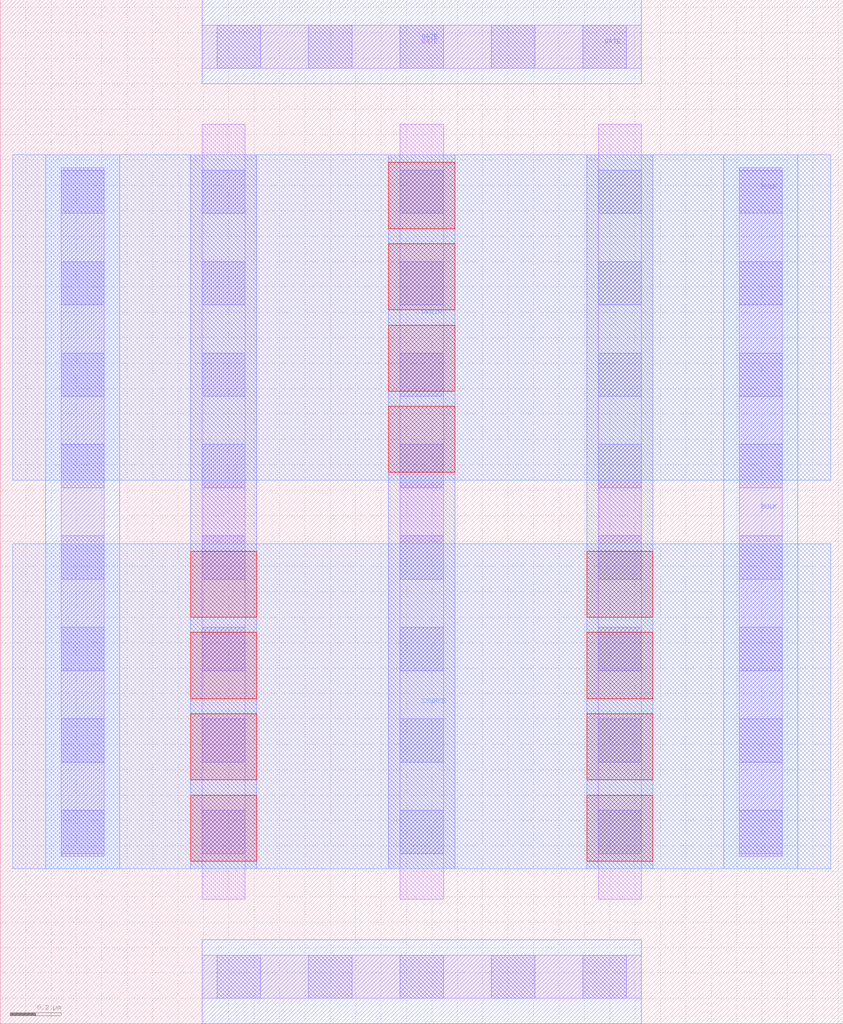
<source format=lef>
# Copyright 2020 The SkyWater PDK Authors
#
# Licensed under the Apache License, Version 2.0 (the "License");
# you may not use this file except in compliance with the License.
# You may obtain a copy of the License at
#
#     https://www.apache.org/licenses/LICENSE-2.0
#
# Unless required by applicable law or agreed to in writing, software
# distributed under the License is distributed on an "AS IS" BASIS,
# WITHOUT WARRANTIES OR CONDITIONS OF ANY KIND, either express or implied.
# See the License for the specific language governing permissions and
# limitations under the License.
#
# SPDX-License-Identifier: Apache-2.0

VERSION 5.7 ;
  NOWIREEXTENSIONATPIN ON ;
  DIVIDERCHAR "/" ;
  BUSBITCHARS "[]" ;
MACRO sky130_fd_pr__rf_pfet_01v8_lvt_aM02W3p00L0p50
  CLASS BLOCK ;
  FOREIGN sky130_fd_pr__rf_pfet_01v8_lvt_aM02W3p00L0p50 ;
  ORIGIN  0.000000  0.000000 ;
  SIZE  3.320000 BY  4.030000 ;
  PIN BULK
    ANTENNADIFFAREA  1.745800 ;
    PORT
      LAYER li1 ;
        RECT 0.240000 0.660000 0.410000 3.370000 ;
        RECT 2.910000 0.660000 3.080000 3.370000 ;
      LAYER mcon ;
        RECT 0.240000 0.670000 0.410000 0.840000 ;
        RECT 0.240000 1.030000 0.410000 1.200000 ;
        RECT 0.240000 1.390000 0.410000 1.560000 ;
        RECT 0.240000 1.750000 0.410000 1.920000 ;
        RECT 0.240000 2.110000 0.410000 2.280000 ;
        RECT 0.240000 2.470000 0.410000 2.640000 ;
        RECT 0.240000 2.830000 0.410000 3.000000 ;
        RECT 0.240000 3.190000 0.410000 3.360000 ;
        RECT 2.910000 0.670000 3.080000 0.840000 ;
        RECT 2.910000 1.030000 3.080000 1.200000 ;
        RECT 2.910000 1.390000 3.080000 1.560000 ;
        RECT 2.910000 1.750000 3.080000 1.920000 ;
        RECT 2.910000 2.110000 3.080000 2.280000 ;
        RECT 2.910000 2.470000 3.080000 2.640000 ;
        RECT 2.910000 2.830000 3.080000 3.000000 ;
        RECT 2.910000 3.190000 3.080000 3.360000 ;
    END
    PORT
      LAYER met1 ;
        RECT 0.180000 0.610000 0.470000 3.420000 ;
        RECT 2.850000 0.610000 3.140000 3.420000 ;
    END
  END BULK
  PIN DRAIN
    ANTENNADIFFAREA  0.842800 ;
    PORT
      LAYER met2 ;
        RECT 0.050000 2.140000 3.270000 3.420000 ;
    END
  END DRAIN
  PIN GATE
    ANTENNAGATEAREA  3.010000 ;
    PORT
      LAYER li1 ;
        RECT 0.795000 0.100000 2.525000 0.270000 ;
        RECT 0.795000 3.760000 2.525000 3.930000 ;
      LAYER mcon ;
        RECT 0.855000 0.100000 1.025000 0.270000 ;
        RECT 0.855000 3.760000 1.025000 3.930000 ;
        RECT 1.215000 0.100000 1.385000 0.270000 ;
        RECT 1.215000 3.760000 1.385000 3.930000 ;
        RECT 1.575000 0.100000 1.745000 0.270000 ;
        RECT 1.575000 3.760000 1.745000 3.930000 ;
        RECT 1.935000 0.100000 2.105000 0.270000 ;
        RECT 1.935000 3.760000 2.105000 3.930000 ;
        RECT 2.295000 0.100000 2.465000 0.270000 ;
        RECT 2.295000 3.760000 2.465000 3.930000 ;
    END
    PORT
      LAYER met1 ;
        RECT 0.795000 0.000000 2.525000 0.330000 ;
        RECT 0.795000 3.700000 2.525000 4.030000 ;
    END
  END GATE
  PIN SOURCE
    ANTENNADIFFAREA  1.685600 ;
    PORT
      LAYER met2 ;
        RECT 0.050000 0.610000 3.270000 1.890000 ;
    END
  END SOURCE
  OBS
    LAYER li1 ;
      RECT 0.795000 0.490000 0.965000 3.540000 ;
      RECT 1.575000 0.490000 1.745000 3.540000 ;
      RECT 2.355000 0.490000 2.525000 3.540000 ;
    LAYER mcon ;
      RECT 0.795000 0.670000 0.965000 0.840000 ;
      RECT 0.795000 1.030000 0.965000 1.200000 ;
      RECT 0.795000 1.390000 0.965000 1.560000 ;
      RECT 0.795000 1.750000 0.965000 1.920000 ;
      RECT 0.795000 2.110000 0.965000 2.280000 ;
      RECT 0.795000 2.470000 0.965000 2.640000 ;
      RECT 0.795000 2.830000 0.965000 3.000000 ;
      RECT 0.795000 3.190000 0.965000 3.360000 ;
      RECT 1.575000 0.670000 1.745000 0.840000 ;
      RECT 1.575000 1.030000 1.745000 1.200000 ;
      RECT 1.575000 1.390000 1.745000 1.560000 ;
      RECT 1.575000 1.750000 1.745000 1.920000 ;
      RECT 1.575000 2.110000 1.745000 2.280000 ;
      RECT 1.575000 2.470000 1.745000 2.640000 ;
      RECT 1.575000 2.830000 1.745000 3.000000 ;
      RECT 1.575000 3.190000 1.745000 3.360000 ;
      RECT 2.355000 0.670000 2.525000 0.840000 ;
      RECT 2.355000 1.030000 2.525000 1.200000 ;
      RECT 2.355000 1.390000 2.525000 1.560000 ;
      RECT 2.355000 1.750000 2.525000 1.920000 ;
      RECT 2.355000 2.110000 2.525000 2.280000 ;
      RECT 2.355000 2.470000 2.525000 2.640000 ;
      RECT 2.355000 2.830000 2.525000 3.000000 ;
      RECT 2.355000 3.190000 2.525000 3.360000 ;
    LAYER met1 ;
      RECT 0.750000 0.610000 1.010000 3.420000 ;
      RECT 1.530000 0.610000 1.790000 3.420000 ;
      RECT 2.310000 0.610000 2.570000 3.420000 ;
    LAYER via ;
      RECT 0.750000 0.640000 1.010000 0.900000 ;
      RECT 0.750000 0.960000 1.010000 1.220000 ;
      RECT 0.750000 1.280000 1.010000 1.540000 ;
      RECT 0.750000 1.600000 1.010000 1.860000 ;
      RECT 1.530000 2.170000 1.790000 2.430000 ;
      RECT 1.530000 2.490000 1.790000 2.750000 ;
      RECT 1.530000 2.810000 1.790000 3.070000 ;
      RECT 1.530000 3.130000 1.790000 3.390000 ;
      RECT 2.310000 0.640000 2.570000 0.900000 ;
      RECT 2.310000 0.960000 2.570000 1.220000 ;
      RECT 2.310000 1.280000 2.570000 1.540000 ;
      RECT 2.310000 1.600000 2.570000 1.860000 ;
  END
END sky130_fd_pr__rf_pfet_01v8_lvt_aM02W3p00L0p50
END LIBRARY

</source>
